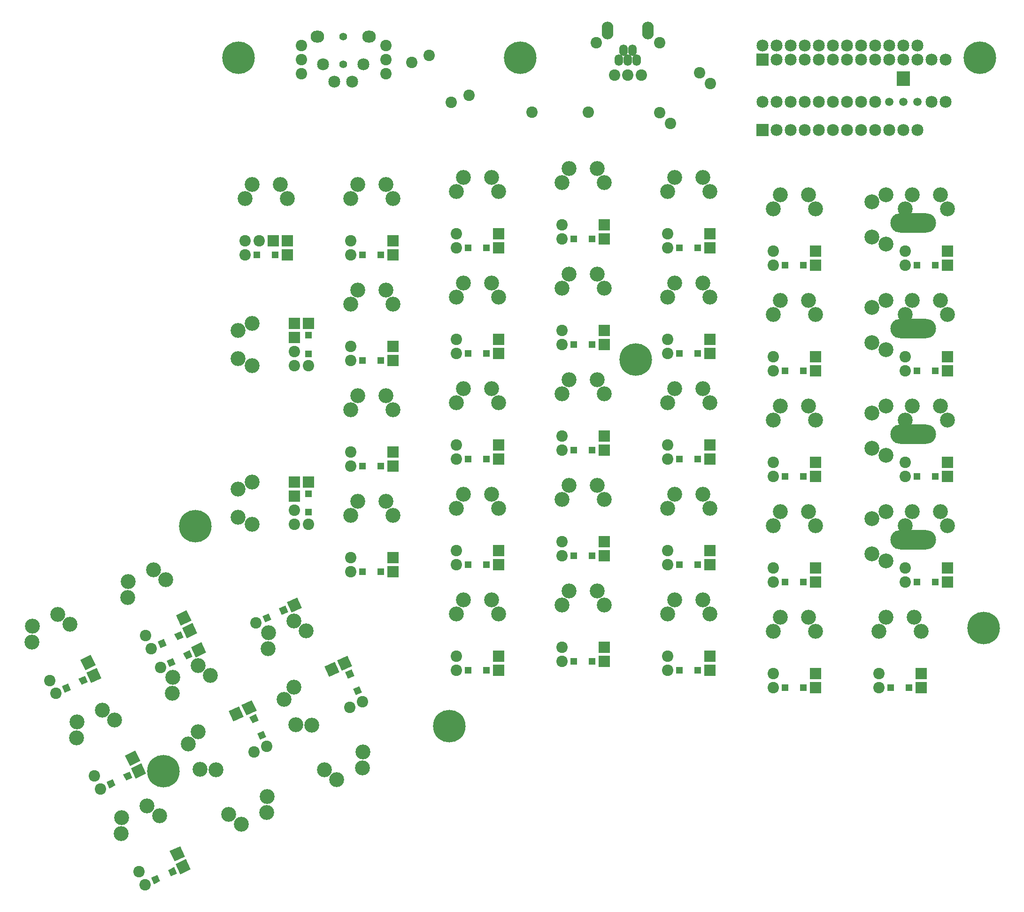
<source format=gts>
G04 (created by PCBNEW (2013-01-02 BZR 3881)-testing) date Fri 08 Feb 2013 10:16:01 AM CET*
%MOIN*%
G04 Gerber Fmt 3.4, Leading zero omitted, Abs format*
%FSLAX34Y34*%
G01*
G70*
G90*
G04 APERTURE LIST*
%ADD10C,0.006*%
%ADD11C,0.085*%
%ADD12R,0.085X0.085*%
%ADD13C,0.059*%
%ADD14C,0.081*%
%ADD15R,0.081X0.081*%
%ADD16O,0.061X0.081*%
%ADD17O,0.083X0.126*%
%ADD18C,0.106*%
%ADD19R,0.096X0.056*%
%ADD20O,0.097X0.085*%
%ADD21C,0.055*%
%ADD22R,0.049X0.049*%
%ADD23C,0.1059*%
%ADD24C,0.1058*%
%ADD25O,0.3245X0.137*%
%ADD26C,0.231*%
G04 APERTURE END LIST*
G54D10*
G54D11*
X64750Y-14750D03*
X65750Y-14750D03*
X66750Y-14750D03*
X67750Y-14750D03*
X68750Y-14750D03*
X69750Y-14750D03*
X70750Y-14750D03*
X71750Y-14750D03*
X72750Y-14750D03*
X73750Y-14750D03*
X74750Y-14750D03*
X75750Y-14750D03*
X76750Y-14750D03*
G54D12*
X63750Y-14750D03*
G54D11*
X76750Y-17750D03*
X75750Y-17750D03*
G54D13*
X74750Y-17750D03*
X73750Y-17750D03*
X72750Y-17750D03*
G54D11*
X71750Y-17750D03*
X70750Y-17750D03*
X69750Y-17750D03*
X68750Y-17750D03*
X67750Y-17750D03*
X66750Y-17750D03*
X65750Y-17750D03*
X64750Y-17750D03*
X63750Y-17750D03*
G54D14*
X21000Y-57947D03*
G54D10*
G36*
X21647Y-57916D02*
X21440Y-57472D01*
X21884Y-57265D01*
X22091Y-57709D01*
X21647Y-57916D01*
X21647Y-57916D01*
G37*
G36*
X23523Y-57218D02*
X23181Y-56484D01*
X23915Y-56141D01*
X24257Y-56875D01*
X23523Y-57218D01*
X23523Y-57218D01*
G37*
G36*
X22835Y-57362D02*
X22628Y-56918D01*
X23072Y-56711D01*
X23279Y-57155D01*
X22835Y-57362D01*
X22835Y-57362D01*
G37*
G54D14*
X27797Y-54777D03*
G54D10*
G36*
X28444Y-54746D02*
X28237Y-54302D01*
X28681Y-54095D01*
X28888Y-54539D01*
X28444Y-54746D01*
X28444Y-54746D01*
G37*
G36*
X30320Y-54048D02*
X29978Y-53314D01*
X30712Y-52971D01*
X31054Y-53705D01*
X30320Y-54048D01*
X30320Y-54048D01*
G37*
G36*
X29632Y-54192D02*
X29425Y-53748D01*
X29869Y-53541D01*
X30076Y-53985D01*
X29632Y-54192D01*
X29632Y-54192D01*
G37*
G54D14*
X30500Y-46754D03*
G54D15*
X30500Y-45754D03*
G54D14*
X30500Y-35504D03*
G54D15*
X30500Y-34504D03*
G54D14*
X28000Y-27630D03*
G54D15*
X29000Y-27630D03*
G54D16*
X54820Y-14785D03*
X54505Y-14097D03*
X54190Y-14785D03*
X53875Y-14097D03*
X53560Y-14785D03*
G54D17*
X52754Y-12689D03*
X55626Y-12689D03*
G54D14*
X55140Y-15850D03*
X56440Y-13550D03*
X54190Y-15850D03*
X51940Y-13550D03*
X53240Y-15850D03*
G54D18*
X30486Y-54627D03*
X28642Y-56590D03*
X31361Y-55322D03*
X28673Y-55473D03*
X23689Y-57797D03*
X21845Y-59760D03*
X24564Y-58492D03*
X21876Y-58643D03*
X33533Y-65896D03*
X35377Y-63933D03*
X32658Y-65201D03*
X35346Y-65050D03*
X26735Y-69065D03*
X28579Y-67102D03*
X25860Y-68370D03*
X28548Y-68219D03*
G54D14*
X60039Y-16460D03*
X57210Y-19289D03*
X59289Y-15710D03*
X56460Y-18539D03*
X51375Y-18500D03*
X47375Y-18500D03*
X40085Y-14460D03*
X42914Y-17289D03*
X38835Y-14960D03*
X41664Y-17789D03*
X31000Y-15750D03*
X31000Y-14750D03*
X31000Y-13750D03*
X37000Y-15750D03*
X37000Y-14750D03*
X37000Y-13750D03*
G54D12*
X63750Y-19750D03*
G54D11*
X64750Y-19750D03*
X65750Y-19750D03*
X66750Y-19750D03*
X67750Y-19750D03*
X68750Y-19750D03*
X69750Y-19750D03*
X70750Y-19750D03*
X71750Y-19750D03*
X72750Y-19750D03*
X73750Y-19750D03*
X74750Y-19750D03*
X74750Y-13750D03*
X73750Y-13750D03*
X72750Y-13750D03*
X71750Y-13750D03*
X70750Y-13750D03*
X69750Y-13750D03*
X68750Y-13750D03*
X65750Y-13750D03*
X64750Y-13750D03*
X63750Y-13750D03*
X67750Y-13750D03*
X66750Y-13750D03*
G54D19*
X73750Y-15875D03*
X73750Y-16375D03*
G54D20*
X35810Y-13140D03*
G54D11*
X32560Y-15110D03*
X34610Y-16330D03*
G54D20*
X32150Y-13140D03*
G54D11*
X33350Y-16330D03*
X35400Y-15110D03*
G54D21*
X33980Y-13140D03*
X33980Y-15110D03*
G54D18*
X29500Y-23630D03*
X27000Y-24630D03*
X30000Y-24630D03*
X27500Y-23630D03*
G54D14*
X27000Y-27630D03*
G54D15*
X30000Y-27630D03*
G54D14*
X27000Y-28630D03*
G54D15*
X30000Y-28630D03*
G54D22*
X27845Y-28630D03*
X29155Y-28630D03*
G54D18*
X26500Y-34004D03*
X27500Y-36504D03*
X27500Y-33504D03*
X26500Y-36004D03*
G54D14*
X30500Y-36504D03*
G54D15*
X30500Y-33504D03*
G54D14*
X31500Y-36504D03*
G54D15*
X31500Y-33504D03*
G54D22*
X31500Y-35659D03*
X31500Y-34349D03*
G54D18*
X26500Y-45254D03*
X27500Y-47754D03*
X27500Y-44754D03*
X26500Y-47254D03*
G54D14*
X30500Y-47754D03*
G54D15*
X30500Y-44754D03*
G54D14*
X31500Y-47754D03*
G54D15*
X31500Y-44754D03*
G54D22*
X31500Y-46909D03*
X31500Y-45599D03*
G54D18*
X74500Y-54379D03*
X72000Y-55379D03*
X75000Y-55379D03*
X72500Y-54379D03*
G54D14*
X72000Y-58379D03*
G54D15*
X75000Y-58379D03*
G54D14*
X72000Y-59379D03*
G54D15*
X75000Y-59379D03*
G54D22*
X72845Y-59379D03*
X74155Y-59379D03*
G54D18*
X37000Y-31129D03*
X34500Y-32129D03*
X37500Y-32129D03*
X35000Y-31129D03*
G54D14*
X34500Y-35129D03*
G54D15*
X37500Y-35129D03*
G54D14*
X34500Y-36129D03*
G54D15*
X37500Y-36129D03*
G54D22*
X35345Y-36129D03*
X36655Y-36129D03*
G54D18*
X16891Y-60966D03*
X15047Y-62929D03*
X17766Y-61661D03*
X15078Y-61812D03*
G54D14*
X16315Y-65648D03*
G54D10*
G36*
X18838Y-64918D02*
X18496Y-64184D01*
X19230Y-63842D01*
X19572Y-64576D01*
X18838Y-64918D01*
X18838Y-64918D01*
G37*
G54D14*
X16738Y-66554D03*
G54D10*
G36*
X19261Y-65825D02*
X18919Y-65091D01*
X19653Y-64748D01*
X19995Y-65482D01*
X19261Y-65825D01*
X19261Y-65825D01*
G37*
G36*
X17385Y-66523D02*
X17178Y-66079D01*
X17622Y-65872D01*
X17829Y-66316D01*
X17385Y-66523D01*
X17385Y-66523D01*
G37*
G36*
X18572Y-65969D02*
X18365Y-65525D01*
X18809Y-65318D01*
X19017Y-65762D01*
X18572Y-65969D01*
X18572Y-65969D01*
G37*
G54D18*
X20061Y-67764D03*
X18217Y-69727D03*
X20936Y-68459D03*
X18248Y-68610D03*
G54D14*
X19485Y-72446D03*
G54D10*
G36*
X22008Y-71716D02*
X21666Y-70982D01*
X22400Y-70640D01*
X22742Y-71374D01*
X22008Y-71716D01*
X22008Y-71716D01*
G37*
G54D14*
X19908Y-73352D03*
G54D10*
G36*
X22431Y-72623D02*
X22089Y-71889D01*
X22823Y-71546D01*
X23165Y-72280D01*
X22431Y-72623D01*
X22431Y-72623D01*
G37*
G36*
X20555Y-73321D02*
X20348Y-72877D01*
X20792Y-72670D01*
X20999Y-73114D01*
X20555Y-73321D01*
X20555Y-73321D01*
G37*
G36*
X21742Y-72767D02*
X21535Y-72323D01*
X21979Y-72116D01*
X22187Y-72560D01*
X21742Y-72767D01*
X21742Y-72767D01*
G37*
G54D18*
X13722Y-54169D03*
X11878Y-56132D03*
X14597Y-54864D03*
X11909Y-55015D03*
G54D14*
X13146Y-58851D03*
G54D10*
G36*
X15669Y-58121D02*
X15327Y-57387D01*
X16061Y-57045D01*
X16403Y-57779D01*
X15669Y-58121D01*
X15669Y-58121D01*
G37*
G54D14*
X13569Y-59757D03*
G54D10*
G36*
X16092Y-59028D02*
X15750Y-58294D01*
X16484Y-57951D01*
X16826Y-58685D01*
X16092Y-59028D01*
X16092Y-59028D01*
G37*
G36*
X14216Y-59726D02*
X14009Y-59282D01*
X14453Y-59075D01*
X14660Y-59519D01*
X14216Y-59726D01*
X14216Y-59726D01*
G37*
G36*
X15403Y-59172D02*
X15196Y-58728D01*
X15640Y-58521D01*
X15848Y-58965D01*
X15403Y-59172D01*
X15403Y-59172D01*
G37*
G54D18*
X20519Y-51000D03*
X18675Y-52963D03*
X21394Y-51695D03*
X18706Y-51846D03*
G54D14*
X19943Y-55682D03*
G54D10*
G36*
X22466Y-54952D02*
X22124Y-54218D01*
X22858Y-53876D01*
X23200Y-54610D01*
X22466Y-54952D01*
X22466Y-54952D01*
G37*
G54D14*
X20366Y-56588D03*
G54D10*
G36*
X22889Y-55859D02*
X22547Y-55125D01*
X23281Y-54782D01*
X23623Y-55516D01*
X22889Y-55859D01*
X22889Y-55859D01*
G37*
G36*
X21013Y-56557D02*
X20806Y-56113D01*
X21250Y-55906D01*
X21457Y-56350D01*
X21013Y-56557D01*
X21013Y-56557D01*
G37*
G36*
X22200Y-56003D02*
X21993Y-55559D01*
X22437Y-55352D01*
X22645Y-55796D01*
X22200Y-56003D01*
X22200Y-56003D01*
G37*
G54D18*
X67000Y-24380D03*
X64500Y-25380D03*
X67500Y-25380D03*
X65000Y-24380D03*
G54D14*
X64500Y-28380D03*
G54D15*
X67500Y-28380D03*
G54D14*
X64500Y-29380D03*
G54D15*
X67500Y-29380D03*
G54D22*
X65345Y-29380D03*
X66655Y-29380D03*
G54D18*
X59500Y-23129D03*
X57000Y-24129D03*
X60000Y-24129D03*
X57500Y-23129D03*
G54D14*
X57000Y-27129D03*
G54D15*
X60000Y-27129D03*
G54D14*
X57000Y-28129D03*
G54D15*
X60000Y-28129D03*
G54D22*
X57845Y-28129D03*
X59155Y-28129D03*
G54D18*
X52000Y-22500D03*
X49500Y-23500D03*
X52500Y-23500D03*
X50000Y-22500D03*
G54D14*
X49500Y-26500D03*
G54D15*
X52500Y-26500D03*
G54D14*
X49500Y-27500D03*
G54D15*
X52500Y-27500D03*
G54D22*
X50345Y-27500D03*
X51655Y-27500D03*
G54D18*
X44500Y-23129D03*
X42000Y-24129D03*
X45000Y-24129D03*
X42500Y-23129D03*
G54D14*
X42000Y-27129D03*
G54D15*
X45000Y-27129D03*
G54D14*
X42000Y-28129D03*
G54D15*
X45000Y-28129D03*
G54D22*
X42845Y-28129D03*
X44155Y-28129D03*
G54D18*
X59500Y-53129D03*
X57000Y-54129D03*
X60000Y-54129D03*
X57500Y-53129D03*
G54D14*
X57000Y-57129D03*
G54D15*
X60000Y-57129D03*
G54D14*
X57000Y-58129D03*
G54D15*
X60000Y-58129D03*
G54D22*
X57845Y-58129D03*
X59155Y-58129D03*
G54D18*
X67000Y-31879D03*
X64500Y-32879D03*
X67500Y-32879D03*
X65000Y-31879D03*
G54D14*
X64500Y-35879D03*
G54D15*
X67500Y-35879D03*
G54D14*
X64500Y-36879D03*
G54D15*
X67500Y-36879D03*
G54D22*
X65345Y-36879D03*
X66655Y-36879D03*
G54D18*
X52000Y-30000D03*
X49500Y-31000D03*
X52500Y-31000D03*
X50000Y-30000D03*
G54D14*
X49500Y-34000D03*
G54D15*
X52500Y-34000D03*
G54D14*
X49500Y-35000D03*
G54D15*
X52500Y-35000D03*
G54D22*
X50345Y-35000D03*
X51655Y-35000D03*
G54D18*
X44500Y-30629D03*
X42000Y-31629D03*
X45000Y-31629D03*
X42500Y-30629D03*
G54D14*
X42000Y-34629D03*
G54D15*
X45000Y-34629D03*
G54D14*
X42000Y-35629D03*
G54D15*
X45000Y-35629D03*
G54D22*
X42845Y-35629D03*
X44155Y-35629D03*
G54D18*
X67000Y-39379D03*
X64500Y-40379D03*
X67500Y-40379D03*
X65000Y-39379D03*
G54D14*
X64500Y-43379D03*
G54D15*
X67500Y-43379D03*
G54D14*
X64500Y-44379D03*
G54D15*
X67500Y-44379D03*
G54D22*
X65345Y-44379D03*
X66655Y-44379D03*
G54D18*
X59500Y-38129D03*
X57000Y-39129D03*
X60000Y-39129D03*
X57500Y-38129D03*
G54D14*
X57000Y-42129D03*
G54D15*
X60000Y-42129D03*
G54D14*
X57000Y-43129D03*
G54D15*
X60000Y-43129D03*
G54D22*
X57845Y-43129D03*
X59155Y-43129D03*
G54D18*
X52000Y-37500D03*
X49500Y-38500D03*
X52500Y-38500D03*
X50000Y-37500D03*
G54D14*
X49500Y-41500D03*
G54D15*
X52500Y-41500D03*
G54D14*
X49500Y-42500D03*
G54D15*
X52500Y-42500D03*
G54D22*
X50345Y-42500D03*
X51655Y-42500D03*
G54D18*
X44500Y-38129D03*
X42000Y-39129D03*
X45000Y-39129D03*
X42500Y-38129D03*
G54D14*
X42000Y-42129D03*
G54D15*
X45000Y-42129D03*
G54D14*
X42000Y-43129D03*
G54D15*
X45000Y-43129D03*
G54D22*
X42845Y-43129D03*
X44155Y-43129D03*
G54D18*
X37000Y-38629D03*
X34500Y-39629D03*
X37500Y-39629D03*
X35000Y-38629D03*
G54D14*
X34500Y-42629D03*
G54D15*
X37500Y-42629D03*
G54D14*
X34500Y-43629D03*
G54D15*
X37500Y-43629D03*
G54D22*
X35345Y-43629D03*
X36655Y-43629D03*
G54D18*
X67000Y-46879D03*
X64500Y-47879D03*
X67500Y-47879D03*
X65000Y-46879D03*
G54D14*
X64500Y-50879D03*
G54D15*
X67500Y-50879D03*
G54D14*
X64500Y-51879D03*
G54D15*
X67500Y-51879D03*
G54D22*
X65345Y-51879D03*
X66655Y-51879D03*
G54D18*
X59500Y-45629D03*
X57000Y-46629D03*
X60000Y-46629D03*
X57500Y-45629D03*
G54D14*
X57000Y-49629D03*
G54D15*
X60000Y-49629D03*
G54D14*
X57000Y-50629D03*
G54D15*
X60000Y-50629D03*
G54D22*
X57845Y-50629D03*
X59155Y-50629D03*
G54D18*
X52000Y-45000D03*
X49500Y-46000D03*
X52500Y-46000D03*
X50000Y-45000D03*
G54D14*
X49500Y-49000D03*
G54D15*
X52500Y-49000D03*
G54D14*
X49500Y-50000D03*
G54D15*
X52500Y-50000D03*
G54D22*
X50345Y-50000D03*
X51655Y-50000D03*
G54D18*
X44500Y-45629D03*
X42000Y-46629D03*
X45000Y-46629D03*
X42500Y-45629D03*
G54D14*
X42000Y-49629D03*
G54D15*
X45000Y-49629D03*
G54D14*
X42000Y-50629D03*
G54D15*
X45000Y-50629D03*
G54D22*
X42845Y-50629D03*
X44155Y-50629D03*
G54D18*
X37000Y-46129D03*
X34500Y-47129D03*
X37500Y-47129D03*
X35000Y-46129D03*
G54D14*
X34500Y-50129D03*
G54D15*
X37500Y-50129D03*
G54D14*
X34500Y-51129D03*
G54D15*
X37500Y-51129D03*
G54D22*
X35345Y-51129D03*
X36655Y-51129D03*
G54D18*
X67000Y-54379D03*
X64500Y-55379D03*
X67500Y-55379D03*
X65000Y-54379D03*
G54D14*
X64500Y-58379D03*
G54D15*
X67500Y-58379D03*
G54D14*
X64500Y-59379D03*
G54D15*
X67500Y-59379D03*
G54D22*
X65345Y-59379D03*
X66655Y-59379D03*
G54D18*
X52000Y-52500D03*
X49500Y-53500D03*
X52500Y-53500D03*
X50000Y-52500D03*
G54D14*
X49500Y-56500D03*
G54D15*
X52500Y-56500D03*
G54D14*
X49500Y-57500D03*
G54D15*
X52500Y-57500D03*
G54D22*
X50345Y-57500D03*
X51655Y-57500D03*
G54D18*
X44500Y-53129D03*
X42000Y-54129D03*
X45000Y-54129D03*
X42500Y-53129D03*
G54D14*
X42000Y-57129D03*
G54D15*
X45000Y-57129D03*
G54D14*
X42000Y-58129D03*
G54D15*
X45000Y-58129D03*
G54D22*
X42845Y-58129D03*
X44155Y-58129D03*
G54D18*
X29773Y-60200D03*
X31736Y-62044D03*
X30468Y-59325D03*
X30619Y-62013D03*
G54D14*
X34455Y-60776D03*
G54D10*
G36*
X33725Y-58253D02*
X32991Y-58595D01*
X32649Y-57861D01*
X33383Y-57519D01*
X33725Y-58253D01*
X33725Y-58253D01*
G37*
G54D14*
X35361Y-60353D03*
G54D10*
G36*
X34632Y-57830D02*
X33898Y-58172D01*
X33555Y-57438D01*
X34289Y-57096D01*
X34632Y-57830D01*
X34632Y-57830D01*
G37*
G36*
X35330Y-59706D02*
X34886Y-59913D01*
X34679Y-59469D01*
X35123Y-59262D01*
X35330Y-59706D01*
X35330Y-59706D01*
G37*
G36*
X34776Y-58519D02*
X34332Y-58726D01*
X34125Y-58282D01*
X34569Y-58074D01*
X34776Y-58519D01*
X34776Y-58519D01*
G37*
G54D18*
X22976Y-63370D03*
X24939Y-65214D03*
X23671Y-62495D03*
X23822Y-65183D03*
G54D14*
X27658Y-63946D03*
G54D10*
G36*
X26928Y-61423D02*
X26194Y-61765D01*
X25852Y-61031D01*
X26586Y-60689D01*
X26928Y-61423D01*
X26928Y-61423D01*
G37*
G54D14*
X28564Y-63523D03*
G54D10*
G36*
X27835Y-61000D02*
X27101Y-61342D01*
X26758Y-60608D01*
X27492Y-60266D01*
X27835Y-61000D01*
X27835Y-61000D01*
G37*
G36*
X28533Y-62876D02*
X28089Y-63083D01*
X27882Y-62639D01*
X28326Y-62432D01*
X28533Y-62876D01*
X28533Y-62876D01*
G37*
G36*
X27979Y-61689D02*
X27535Y-61896D01*
X27328Y-61452D01*
X27772Y-61244D01*
X27979Y-61689D01*
X27979Y-61689D01*
G37*
G54D18*
X59500Y-30629D03*
X57000Y-31629D03*
X60000Y-31629D03*
X57500Y-30629D03*
G54D14*
X57000Y-34629D03*
G54D15*
X60000Y-34629D03*
G54D14*
X57000Y-35629D03*
G54D15*
X60000Y-35629D03*
G54D22*
X57845Y-35629D03*
X59155Y-35629D03*
G54D18*
X37000Y-23630D03*
X34500Y-24630D03*
X37500Y-24630D03*
X35000Y-23630D03*
G54D14*
X34500Y-27630D03*
G54D15*
X37500Y-27630D03*
G54D14*
X34500Y-28630D03*
G54D15*
X37500Y-28630D03*
G54D22*
X35345Y-28630D03*
X36655Y-28630D03*
G54D18*
X76375Y-24380D03*
X73875Y-25380D03*
G54D23*
X76875Y-25380D03*
G54D18*
X74375Y-24380D03*
G54D14*
X73875Y-28380D03*
G54D15*
X76875Y-28380D03*
G54D14*
X73875Y-29380D03*
G54D15*
X76875Y-29380D03*
G54D22*
X74720Y-29380D03*
X76030Y-29380D03*
G54D24*
X71500Y-24880D03*
X72500Y-24380D03*
X72500Y-27880D03*
X71500Y-27380D03*
G54D25*
X74437Y-26380D03*
G54D18*
X76375Y-31879D03*
X73875Y-32879D03*
G54D23*
X76875Y-32879D03*
G54D18*
X74375Y-31879D03*
G54D14*
X73875Y-35879D03*
G54D15*
X76875Y-35879D03*
G54D14*
X73875Y-36879D03*
G54D15*
X76875Y-36879D03*
G54D22*
X74720Y-36879D03*
X76030Y-36879D03*
G54D24*
X71500Y-32379D03*
X72500Y-31879D03*
X72500Y-35379D03*
X71500Y-34879D03*
G54D25*
X74437Y-33879D03*
G54D18*
X76375Y-39379D03*
X73875Y-40379D03*
G54D23*
X76875Y-40379D03*
G54D18*
X74375Y-39379D03*
G54D14*
X73875Y-43379D03*
G54D15*
X76875Y-43379D03*
G54D14*
X73875Y-44379D03*
G54D15*
X76875Y-44379D03*
G54D22*
X74720Y-44379D03*
X76030Y-44379D03*
G54D24*
X71500Y-39879D03*
X72500Y-39379D03*
X72500Y-42879D03*
X71500Y-42379D03*
G54D25*
X74437Y-41379D03*
G54D18*
X76375Y-46879D03*
X73875Y-47879D03*
G54D23*
X76875Y-47879D03*
G54D18*
X74375Y-46879D03*
G54D14*
X73875Y-50879D03*
G54D15*
X76875Y-50879D03*
G54D14*
X73875Y-51879D03*
G54D15*
X76875Y-51879D03*
G54D22*
X74720Y-51879D03*
X76030Y-51879D03*
G54D24*
X71500Y-47379D03*
X72500Y-46879D03*
X72500Y-50379D03*
X71500Y-49879D03*
G54D25*
X74437Y-48879D03*
G54D26*
X21220Y-65290D03*
X23490Y-47900D03*
X41510Y-62110D03*
X79440Y-55140D03*
X54740Y-36060D03*
X79190Y-14620D03*
X46540Y-14620D03*
X26540Y-14620D03*
M02*

</source>
